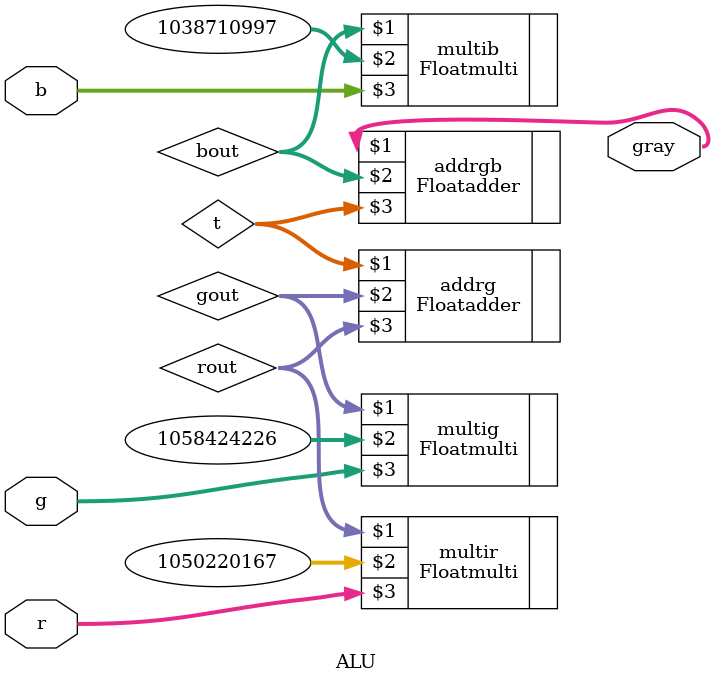
<source format=v>
module ALU (r,g,b,gray);
input [31:0] r,g,b;
output [31:0] gray;

wire [31:0] rout,gout,bout,t;
//0.299*R
Floatmulti multir (rout, 32'b00111110100110010001011010000111, r);

//0.587*G
Floatmulti multig (gout, 32'b00111111000101100100010110100010, g);

//0.114*B
Floatmulti multib (bout, 32'b00111101111010010111100011010101, b);
//0.299*R + 0.587*G
Floatadder addrg(t, gout, rout);

//0.299*R + 0.587*G + 0.114*B
Floatadder addrgb(gray, bout , t);

endmodule 
</source>
